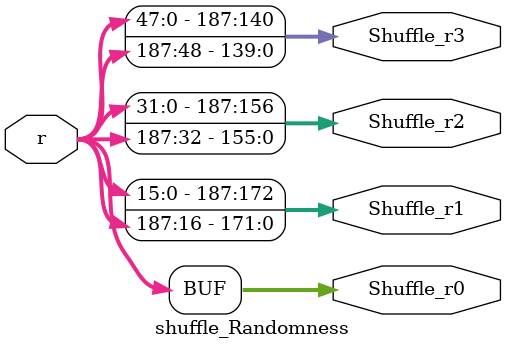
<source format=v>
/*
* -----------------------------------------------------------------
* AUTHOR  : Aein Rezaei Shahmirzadi (aein.rezaeishahmirzadi@rub.de)
* DOCUMENT: "Cryptanalysis of Efficient Masked Ciphers: Applications to Low Latency" (TCHES 2022, Issue 1)
* -----------------------------------------------------------------
*
* Copyright (c) 2021, Aein Rezaei Shahmirzadi
*
* All rights reserved.
*
* THIS SOFTWARE IS PROVIDED BY THE COPYRIGHT HOLDERS AND CONTRIBUTORS "AS IS" AND
* ANY EXPRESS OR IMPLIED WARRANTIES, INCLUDING, BUT NOT LIMITED TO, THE IMPLIED
* WARRANTIES OF MERCHANTABILITY AND FITNESS FOR A PARTICULAR PURPOSE ARE
* DISCLAIMED. IN NO EVENT SHALL THE COPYRIGHT HOLDER OR CONTRIBUTERS BE LIABLE FOR ANY
* DIRECT, INDIRECT, INCIDENTAL, SPECIAL, EXEMPLARY, OR CONSEQUENTIAL DAMAGES
* (INCLUDING, BUT NOT LIMITED TO, PROCUREMENT OF SUBSTITUTE GOODS OR SERVICES;
* LOSS OF USE, DATA, OR PROFITS; OR BUSINESS INTERRUPTION) HOWEVER CAUSED AND
* ON ANY THEORY OF LIABILITY, WHETHER IN CONTRACT, STRICT LIABILITY, OR TORT
* (INCLUDING NEGLIGENCE OR OTHERWISE) ARISING IN ANY WAY OUT OF THE USE OF THIS
* SOFTWARE, EVEN IF ADVISED OF THE POSSIBILITY OF SUCH DAMAGE.
*
* Please see LICENSE and README for license and further instructions.
*/


module shuffle_Randomness(
    input [187:0] r,
    output [187:0] Shuffle_r0,
    output [187:0] Shuffle_r1,
    output [187:0] Shuffle_r2,
    output [187:0] Shuffle_r3
    );


	assign Shuffle_r0 = r;
	assign Shuffle_r1 = {r[15:0], r[187:16]} ;
	assign Shuffle_r2 = {r[31:0], r[187:32]} ;
	assign Shuffle_r3 = {r[47:0], r[187:48]} ;

endmodule

</source>
